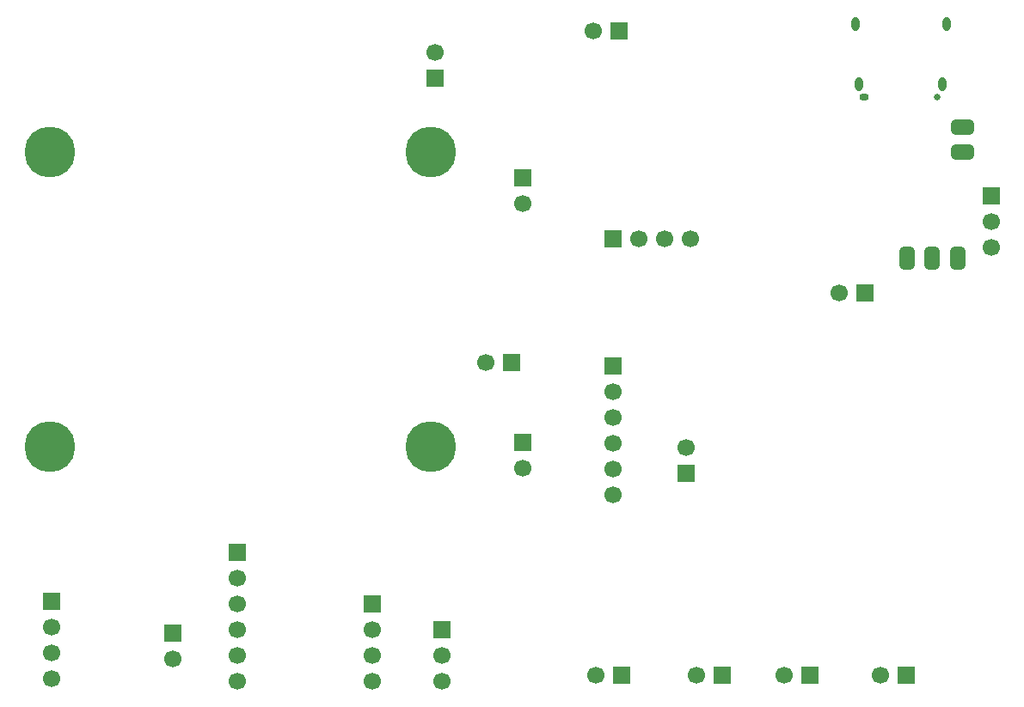
<source format=gbr>
%TF.GenerationSoftware,KiCad,Pcbnew,9.0.6+1*%
%TF.CreationDate,2025-12-31T10:00:21+00:00*%
%TF.ProjectId,ZSWatch-Watch-DevKit,5a535761-7463-4682-9d57-617463682d44,1.2.2*%
%TF.SameCoordinates,Original*%
%TF.FileFunction,Soldermask,Bot*%
%TF.FilePolarity,Negative*%
%FSLAX46Y46*%
G04 Gerber Fmt 4.6, Leading zero omitted, Abs format (unit mm)*
G04 Created by KiCad (PCBNEW 9.0.6+1) date 2025-12-31 10:00:21*
%MOMM*%
%LPD*%
G01*
G04 APERTURE LIST*
G04 Aperture macros list*
%AMFreePoly0*
4,1,23,0.500000,-0.750000,0.000000,-0.750000,0.000000,-0.745722,-0.065263,-0.745722,-0.191342,-0.711940,-0.304381,-0.646677,-0.396677,-0.554381,-0.461940,-0.441342,-0.495722,-0.315263,-0.495722,-0.250000,-0.500000,-0.250000,-0.500000,0.250000,-0.495722,0.250000,-0.495722,0.315263,-0.461940,0.441342,-0.396677,0.554381,-0.304381,0.646677,-0.191342,0.711940,-0.065263,0.745722,0.000000,0.745722,
0.000000,0.750000,0.500000,0.750000,0.500000,-0.750000,0.500000,-0.750000,$1*%
%AMFreePoly1*
4,1,23,0.000000,0.745722,0.065263,0.745722,0.191342,0.711940,0.304381,0.646677,0.396677,0.554381,0.461940,0.441342,0.495722,0.315263,0.495722,0.250000,0.500000,0.250000,0.500000,-0.250000,0.495722,-0.250000,0.495722,-0.315263,0.461940,-0.441342,0.396677,-0.554381,0.304381,-0.646677,0.191342,-0.711940,0.065263,-0.745722,0.000000,-0.745722,0.000000,-0.750000,-0.500000,-0.750000,
-0.500000,0.750000,0.000000,0.750000,0.000000,0.745722,0.000000,0.745722,$1*%
G04 Aperture macros list end*
%ADD10R,1.700000X1.700000*%
%ADD11C,1.700000*%
%ADD12C,2.900000*%
%ADD13C,5.000000*%
%ADD14C,0.650000*%
%ADD15O,0.950000X0.650000*%
%ADD16O,0.800000X1.400000*%
%ADD17FreePoly0,0.000000*%
%ADD18FreePoly1,0.000000*%
%ADD19FreePoly0,270.000000*%
%ADD20FreePoly1,270.000000*%
G04 APERTURE END LIST*
%TO.C,JP605*%
G36*
X252750000Y-128750000D02*
G01*
X253050000Y-128750000D01*
X253050000Y-127250000D01*
X252750000Y-127250000D01*
X252750000Y-128750000D01*
G37*
%TO.C,JP602*%
G36*
X249150000Y-138300000D02*
G01*
X250650000Y-138300000D01*
X250650000Y-138600000D01*
X249150000Y-138600000D01*
X249150000Y-138300000D01*
G37*
%TO.C,JP604*%
G36*
X252750000Y-126250000D02*
G01*
X253050000Y-126250000D01*
X253050000Y-124750000D01*
X252750000Y-124750000D01*
X252750000Y-126250000D01*
G37*
%TO.C,JP603*%
G36*
X251650000Y-138300000D02*
G01*
X253150000Y-138300000D01*
X253150000Y-138600000D01*
X251650000Y-138600000D01*
X251650000Y-138300000D01*
G37*
%TO.C,JP601*%
G36*
X246650000Y-138300000D02*
G01*
X248150000Y-138300000D01*
X248150000Y-138600000D01*
X246650000Y-138600000D01*
X246650000Y-138300000D01*
G37*
%TD*%
D10*
%TO.C,X508*%
X200900000Y-120700000D03*
D11*
X200900000Y-118160000D03*
%TD*%
D10*
%TO.C,X503*%
X175100000Y-175400000D03*
D11*
X175100000Y-177940000D03*
%TD*%
D12*
%TO.C,REF\u002A\u002A*%
X200500000Y-157000000D03*
D13*
X200500000Y-157000000D03*
%TD*%
D10*
%TO.C,X610*%
X209600000Y-156600000D03*
D11*
X209600000Y-159140000D03*
%TD*%
D10*
%TO.C,X403*%
X163200000Y-172220000D03*
D11*
X163200000Y-174760000D03*
X163200000Y-177300000D03*
X163200000Y-179840000D03*
%TD*%
D10*
%TO.C,X504*%
X194800000Y-172490000D03*
D11*
X194800000Y-175030000D03*
X194800000Y-177570000D03*
X194800000Y-180110000D03*
%TD*%
D10*
%TO.C,X606*%
X225700000Y-159640000D03*
D11*
X225700000Y-157100000D03*
%TD*%
D10*
%TO.C,X401*%
X219100000Y-116000000D03*
D11*
X216560000Y-116000000D03*
%TD*%
D10*
%TO.C,X501*%
X229200000Y-179500000D03*
D11*
X226660000Y-179500000D03*
%TD*%
D10*
%TO.C,X502*%
X181500000Y-167460000D03*
D11*
X181500000Y-170000000D03*
X181500000Y-172540000D03*
X181500000Y-175080000D03*
X181500000Y-177620000D03*
X181500000Y-180160000D03*
%TD*%
D10*
%TO.C,X506*%
X237840000Y-179500000D03*
D11*
X235300000Y-179500000D03*
%TD*%
D10*
%TO.C,X607*%
X209600000Y-130525000D03*
D11*
X209600000Y-133065000D03*
%TD*%
D10*
%TO.C,X505*%
X219340000Y-179500000D03*
D11*
X216800000Y-179500000D03*
%TD*%
D10*
%TO.C,X604*%
X255700000Y-132270000D03*
D11*
X255700000Y-134810000D03*
X255700000Y-137350000D03*
%TD*%
D10*
%TO.C,X507*%
X247300000Y-179500000D03*
D11*
X244760000Y-179500000D03*
%TD*%
D14*
%TO.C,X603*%
X250400000Y-122560000D03*
D15*
X243200000Y-122560000D03*
D16*
X251290000Y-115360000D03*
X250930000Y-121310000D03*
X242670000Y-121310000D03*
X242310000Y-115360000D03*
%TD*%
D10*
%TO.C,X609*%
X208475000Y-148700000D03*
D11*
X205935000Y-148700000D03*
%TD*%
D10*
%TO.C,X404*%
X218500000Y-136500000D03*
D11*
X221040000Y-136500000D03*
X223580000Y-136500000D03*
X226120000Y-136500000D03*
%TD*%
D12*
%TO.C,REF\u002A\u002A*%
X163000000Y-157000000D03*
D13*
X163000000Y-157000000D03*
%TD*%
D12*
%TO.C,REF\u002A\u002A*%
X200500000Y-128000000D03*
D13*
X200500000Y-128000000D03*
%TD*%
D10*
%TO.C,X510*%
X201600000Y-175020000D03*
D11*
X201600000Y-177560000D03*
X201600000Y-180100000D03*
%TD*%
D10*
%TO.C,X605*%
X218500000Y-149050000D03*
D11*
X218500000Y-151590000D03*
X218500000Y-154130000D03*
X218500000Y-156670000D03*
X218500000Y-159210000D03*
X218500000Y-161750000D03*
%TD*%
D12*
%TO.C,REF\u002A\u002A*%
X163000000Y-128000000D03*
D13*
X163000000Y-128000000D03*
%TD*%
D10*
%TO.C,X602*%
X243300000Y-141900000D03*
D11*
X240760000Y-141900000D03*
%TD*%
D17*
%TO.C,JP605*%
X252250000Y-128000000D03*
D18*
X253550000Y-128000000D03*
%TD*%
D19*
%TO.C,JP602*%
X249900000Y-137800000D03*
D20*
X249900000Y-139100000D03*
%TD*%
D17*
%TO.C,JP604*%
X252250000Y-125500000D03*
D18*
X253550000Y-125500000D03*
%TD*%
D19*
%TO.C,JP603*%
X252400000Y-137800000D03*
D20*
X252400000Y-139100000D03*
%TD*%
D19*
%TO.C,JP601*%
X247400000Y-137800000D03*
D20*
X247400000Y-139100000D03*
%TD*%
M02*

</source>
